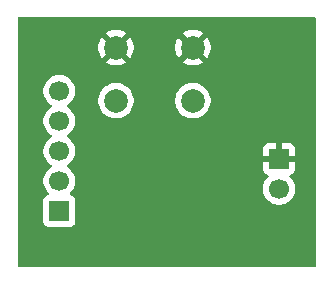
<source format=gbr>
%TF.GenerationSoftware,KiCad,Pcbnew,9.0.3*%
%TF.CreationDate,2025-11-22T12:31:01+05:30*%
%TF.ProjectId,multilayer trial,6d756c74-696c-4617-9965-722074726961,rev?*%
%TF.SameCoordinates,Original*%
%TF.FileFunction,Copper,L2,Inr*%
%TF.FilePolarity,Positive*%
%FSLAX46Y46*%
G04 Gerber Fmt 4.6, Leading zero omitted, Abs format (unit mm)*
G04 Created by KiCad (PCBNEW 9.0.3) date 2025-11-22 12:31:01*
%MOMM*%
%LPD*%
G01*
G04 APERTURE LIST*
%TA.AperFunction,ComponentPad*%
%ADD10C,2.000000*%
%TD*%
%TA.AperFunction,ComponentPad*%
%ADD11R,1.700000X1.700000*%
%TD*%
%TA.AperFunction,ComponentPad*%
%ADD12C,1.700000*%
%TD*%
G04 APERTURE END LIST*
D10*
%TO.N,GNDD*%
%TO.C,SW1*%
X113000000Y-82900000D03*
X119500000Y-82900000D03*
%TO.N,Net-(U1-~{RESET}{slash}PB5)*%
X113000000Y-87400000D03*
X119500000Y-87400000D03*
%TD*%
D11*
%TO.N,Net-(J2-Pin_1)*%
%TO.C,J2*%
X108200000Y-96740000D03*
D12*
%TO.N,Net-(J2-Pin_2)*%
X108200000Y-94200000D03*
%TO.N,Net-(J2-Pin_3)*%
X108200000Y-91660000D03*
%TO.N,Net-(J2-Pin_4)*%
X108200000Y-89120000D03*
%TO.N,Net-(J2-Pin_5)*%
X108200000Y-86580000D03*
%TD*%
D11*
%TO.N,GNDD*%
%TO.C,J1*%
X126800000Y-92325000D03*
D12*
%TO.N,5VD*%
X126800000Y-94865000D03*
%TD*%
%TA.AperFunction,Conductor*%
%TO.N,GNDD*%
G36*
X129842539Y-80320185D02*
G01*
X129888294Y-80372989D01*
X129899500Y-80424500D01*
X129899500Y-101375500D01*
X129879815Y-101442539D01*
X129827011Y-101488294D01*
X129775500Y-101499500D01*
X104824500Y-101499500D01*
X104757461Y-101479815D01*
X104711706Y-101427011D01*
X104700500Y-101375500D01*
X104700500Y-86473713D01*
X106849500Y-86473713D01*
X106849500Y-86686287D01*
X106882754Y-86896243D01*
X106932268Y-87048632D01*
X106948444Y-87098414D01*
X107044951Y-87287820D01*
X107169890Y-87459786D01*
X107320213Y-87610109D01*
X107492182Y-87735050D01*
X107500946Y-87739516D01*
X107551742Y-87787491D01*
X107568536Y-87855312D01*
X107545998Y-87921447D01*
X107500946Y-87960484D01*
X107492182Y-87964949D01*
X107320213Y-88089890D01*
X107169890Y-88240213D01*
X107044951Y-88412179D01*
X106948444Y-88601585D01*
X106882753Y-88803760D01*
X106849500Y-89013713D01*
X106849500Y-89226286D01*
X106882753Y-89436239D01*
X106948444Y-89638414D01*
X107044951Y-89827820D01*
X107169890Y-89999786D01*
X107320213Y-90150109D01*
X107492182Y-90275050D01*
X107500946Y-90279516D01*
X107551742Y-90327491D01*
X107568536Y-90395312D01*
X107545998Y-90461447D01*
X107500946Y-90500484D01*
X107492182Y-90504949D01*
X107320213Y-90629890D01*
X107169890Y-90780213D01*
X107044951Y-90952179D01*
X106948444Y-91141585D01*
X106882753Y-91343760D01*
X106878974Y-91367620D01*
X106849500Y-91553713D01*
X106849500Y-91766287D01*
X106882754Y-91976243D01*
X106914842Y-92075000D01*
X106948444Y-92178414D01*
X107044951Y-92367820D01*
X107169890Y-92539786D01*
X107320213Y-92690109D01*
X107492182Y-92815050D01*
X107500946Y-92819516D01*
X107551742Y-92867491D01*
X107568536Y-92935312D01*
X107545998Y-93001447D01*
X107500946Y-93040484D01*
X107492182Y-93044949D01*
X107320213Y-93169890D01*
X107169890Y-93320213D01*
X107044951Y-93492179D01*
X106948444Y-93681585D01*
X106882753Y-93883760D01*
X106849500Y-94093713D01*
X106849500Y-94306287D01*
X106882754Y-94516243D01*
X106947505Y-94715526D01*
X106948444Y-94718414D01*
X107044951Y-94907820D01*
X107169890Y-95079786D01*
X107283430Y-95193326D01*
X107316915Y-95254649D01*
X107311931Y-95324341D01*
X107270059Y-95380274D01*
X107239083Y-95397189D01*
X107107669Y-95446203D01*
X107107664Y-95446206D01*
X106992455Y-95532452D01*
X106992452Y-95532455D01*
X106906206Y-95647664D01*
X106906202Y-95647671D01*
X106855908Y-95782517D01*
X106849501Y-95842116D01*
X106849501Y-95842123D01*
X106849500Y-95842135D01*
X106849500Y-97637870D01*
X106849501Y-97637876D01*
X106855908Y-97697483D01*
X106906202Y-97832328D01*
X106906206Y-97832335D01*
X106992452Y-97947544D01*
X106992455Y-97947547D01*
X107107664Y-98033793D01*
X107107671Y-98033797D01*
X107242517Y-98084091D01*
X107242516Y-98084091D01*
X107249444Y-98084835D01*
X107302127Y-98090500D01*
X109097872Y-98090499D01*
X109157483Y-98084091D01*
X109292331Y-98033796D01*
X109407546Y-97947546D01*
X109493796Y-97832331D01*
X109544091Y-97697483D01*
X109550500Y-97637873D01*
X109550499Y-95842128D01*
X109544091Y-95782517D01*
X109530020Y-95744792D01*
X109493797Y-95647671D01*
X109493793Y-95647664D01*
X109407547Y-95532455D01*
X109407544Y-95532452D01*
X109292335Y-95446206D01*
X109292328Y-95446202D01*
X109160917Y-95397189D01*
X109104983Y-95355318D01*
X109080566Y-95289853D01*
X109095418Y-95221580D01*
X109116563Y-95193332D01*
X109230104Y-95079792D01*
X109355051Y-94907816D01*
X109431023Y-94758713D01*
X125449500Y-94758713D01*
X125449500Y-94971287D01*
X125482754Y-95181243D01*
X125547423Y-95380274D01*
X125548444Y-95383414D01*
X125644951Y-95572820D01*
X125769890Y-95744786D01*
X125920213Y-95895109D01*
X126092179Y-96020048D01*
X126092181Y-96020049D01*
X126092184Y-96020051D01*
X126281588Y-96116557D01*
X126483757Y-96182246D01*
X126693713Y-96215500D01*
X126693714Y-96215500D01*
X126906286Y-96215500D01*
X126906287Y-96215500D01*
X127116243Y-96182246D01*
X127318412Y-96116557D01*
X127507816Y-96020051D01*
X127529789Y-96004086D01*
X127679786Y-95895109D01*
X127679788Y-95895106D01*
X127679792Y-95895104D01*
X127830104Y-95744792D01*
X127830106Y-95744788D01*
X127830109Y-95744786D01*
X127955048Y-95572820D01*
X127955047Y-95572820D01*
X127955051Y-95572816D01*
X128051557Y-95383412D01*
X128117246Y-95181243D01*
X128150500Y-94971287D01*
X128150500Y-94758713D01*
X128117246Y-94548757D01*
X128051557Y-94346588D01*
X127955051Y-94157184D01*
X127955049Y-94157181D01*
X127955048Y-94157179D01*
X127830109Y-93985213D01*
X127716181Y-93871285D01*
X127682696Y-93809962D01*
X127687680Y-93740270D01*
X127729552Y-93684337D01*
X127760529Y-93667422D01*
X127892086Y-93618354D01*
X127892093Y-93618350D01*
X128007187Y-93532190D01*
X128007190Y-93532187D01*
X128093350Y-93417093D01*
X128093354Y-93417086D01*
X128143596Y-93282379D01*
X128143598Y-93282372D01*
X128149999Y-93222844D01*
X128150000Y-93222827D01*
X128150000Y-92575000D01*
X127233012Y-92575000D01*
X127265925Y-92517993D01*
X127300000Y-92390826D01*
X127300000Y-92259174D01*
X127265925Y-92132007D01*
X127233012Y-92075000D01*
X128150000Y-92075000D01*
X128150000Y-91427172D01*
X128149999Y-91427155D01*
X128143598Y-91367627D01*
X128143596Y-91367620D01*
X128093354Y-91232913D01*
X128093350Y-91232906D01*
X128007190Y-91117812D01*
X128007187Y-91117809D01*
X127892093Y-91031649D01*
X127892086Y-91031645D01*
X127757379Y-90981403D01*
X127757372Y-90981401D01*
X127697844Y-90975000D01*
X127050000Y-90975000D01*
X127050000Y-91891988D01*
X126992993Y-91859075D01*
X126865826Y-91825000D01*
X126734174Y-91825000D01*
X126607007Y-91859075D01*
X126550000Y-91891988D01*
X126550000Y-90975000D01*
X125902155Y-90975000D01*
X125842627Y-90981401D01*
X125842620Y-90981403D01*
X125707913Y-91031645D01*
X125707906Y-91031649D01*
X125592812Y-91117809D01*
X125592809Y-91117812D01*
X125506649Y-91232906D01*
X125506645Y-91232913D01*
X125456403Y-91367620D01*
X125456401Y-91367627D01*
X125450000Y-91427155D01*
X125450000Y-92075000D01*
X126366988Y-92075000D01*
X126334075Y-92132007D01*
X126300000Y-92259174D01*
X126300000Y-92390826D01*
X126334075Y-92517993D01*
X126366988Y-92575000D01*
X125450000Y-92575000D01*
X125450000Y-93222844D01*
X125456401Y-93282372D01*
X125456403Y-93282379D01*
X125506645Y-93417086D01*
X125506649Y-93417093D01*
X125592809Y-93532187D01*
X125592812Y-93532190D01*
X125707906Y-93618350D01*
X125707913Y-93618354D01*
X125839470Y-93667422D01*
X125895404Y-93709293D01*
X125919821Y-93774758D01*
X125904969Y-93843031D01*
X125883819Y-93871285D01*
X125769889Y-93985215D01*
X125644951Y-94157179D01*
X125548444Y-94346585D01*
X125482753Y-94548760D01*
X125456341Y-94715523D01*
X125449500Y-94758713D01*
X109431023Y-94758713D01*
X109451557Y-94718412D01*
X109517246Y-94516243D01*
X109550500Y-94306287D01*
X109550500Y-94093713D01*
X109517246Y-93883757D01*
X109451557Y-93681588D01*
X109355051Y-93492184D01*
X109355049Y-93492181D01*
X109355048Y-93492179D01*
X109230109Y-93320213D01*
X109079786Y-93169890D01*
X108907820Y-93044951D01*
X108907115Y-93044591D01*
X108899054Y-93040485D01*
X108848259Y-92992512D01*
X108831463Y-92924692D01*
X108853999Y-92858556D01*
X108899054Y-92819515D01*
X108907816Y-92815051D01*
X108941023Y-92790925D01*
X109079786Y-92690109D01*
X109079788Y-92690106D01*
X109079792Y-92690104D01*
X109230104Y-92539792D01*
X109230106Y-92539788D01*
X109230109Y-92539786D01*
X109355048Y-92367820D01*
X109355047Y-92367820D01*
X109355051Y-92367816D01*
X109451557Y-92178412D01*
X109517246Y-91976243D01*
X109550500Y-91766287D01*
X109550500Y-91553713D01*
X109517246Y-91343757D01*
X109451557Y-91141588D01*
X109355051Y-90952184D01*
X109355049Y-90952181D01*
X109355048Y-90952179D01*
X109230109Y-90780213D01*
X109079786Y-90629890D01*
X108907820Y-90504951D01*
X108907115Y-90504591D01*
X108899054Y-90500485D01*
X108848259Y-90452512D01*
X108831463Y-90384692D01*
X108853999Y-90318556D01*
X108899054Y-90279515D01*
X108907816Y-90275051D01*
X108929789Y-90259086D01*
X109079786Y-90150109D01*
X109079788Y-90150106D01*
X109079792Y-90150104D01*
X109230104Y-89999792D01*
X109230106Y-89999788D01*
X109230109Y-89999786D01*
X109355048Y-89827820D01*
X109355047Y-89827820D01*
X109355051Y-89827816D01*
X109451557Y-89638412D01*
X109517246Y-89436243D01*
X109550500Y-89226287D01*
X109550500Y-89013713D01*
X109517246Y-88803757D01*
X109451557Y-88601588D01*
X109355051Y-88412184D01*
X109355049Y-88412181D01*
X109355048Y-88412179D01*
X109230109Y-88240213D01*
X109079786Y-88089890D01*
X108907820Y-87964951D01*
X108907115Y-87964591D01*
X108899054Y-87960485D01*
X108848259Y-87912512D01*
X108831463Y-87844692D01*
X108853999Y-87778556D01*
X108899054Y-87739515D01*
X108907816Y-87735051D01*
X108929789Y-87719086D01*
X109079786Y-87610109D01*
X109079788Y-87610106D01*
X109079792Y-87610104D01*
X109230104Y-87459792D01*
X109230106Y-87459788D01*
X109230109Y-87459786D01*
X109355050Y-87287817D01*
X109358064Y-87281902D01*
X111499500Y-87281902D01*
X111499500Y-87518097D01*
X111536446Y-87751368D01*
X111609433Y-87975996D01*
X111716657Y-88186433D01*
X111855483Y-88377510D01*
X112022490Y-88544517D01*
X112213567Y-88683343D01*
X112312991Y-88734002D01*
X112424003Y-88790566D01*
X112424005Y-88790566D01*
X112424008Y-88790568D01*
X112464609Y-88803760D01*
X112648631Y-88863553D01*
X112881903Y-88900500D01*
X112881908Y-88900500D01*
X113118097Y-88900500D01*
X113351368Y-88863553D01*
X113575992Y-88790568D01*
X113786433Y-88683343D01*
X113977510Y-88544517D01*
X114144517Y-88377510D01*
X114283343Y-88186433D01*
X114390568Y-87975992D01*
X114463553Y-87751368D01*
X114465430Y-87739516D01*
X114500500Y-87518097D01*
X114500500Y-87281902D01*
X117999500Y-87281902D01*
X117999500Y-87518097D01*
X118036446Y-87751368D01*
X118109433Y-87975996D01*
X118216657Y-88186433D01*
X118355483Y-88377510D01*
X118522490Y-88544517D01*
X118713567Y-88683343D01*
X118812991Y-88734002D01*
X118924003Y-88790566D01*
X118924005Y-88790566D01*
X118924008Y-88790568D01*
X118964609Y-88803760D01*
X119148631Y-88863553D01*
X119381903Y-88900500D01*
X119381908Y-88900500D01*
X119618097Y-88900500D01*
X119851368Y-88863553D01*
X120075992Y-88790568D01*
X120286433Y-88683343D01*
X120477510Y-88544517D01*
X120644517Y-88377510D01*
X120783343Y-88186433D01*
X120890568Y-87975992D01*
X120963553Y-87751368D01*
X120965430Y-87739516D01*
X121000500Y-87518097D01*
X121000500Y-87281902D01*
X120963553Y-87048631D01*
X120890566Y-86824003D01*
X120783342Y-86613566D01*
X120644517Y-86422490D01*
X120477510Y-86255483D01*
X120286433Y-86116657D01*
X120075996Y-86009433D01*
X119851368Y-85936446D01*
X119618097Y-85899500D01*
X119618092Y-85899500D01*
X119381908Y-85899500D01*
X119381903Y-85899500D01*
X119148631Y-85936446D01*
X118924003Y-86009433D01*
X118713566Y-86116657D01*
X118604550Y-86195862D01*
X118522490Y-86255483D01*
X118522488Y-86255485D01*
X118522487Y-86255485D01*
X118355485Y-86422487D01*
X118355485Y-86422488D01*
X118355483Y-86422490D01*
X118318267Y-86473713D01*
X118216657Y-86613566D01*
X118109433Y-86824003D01*
X118036446Y-87048631D01*
X117999500Y-87281902D01*
X114500500Y-87281902D01*
X114463553Y-87048631D01*
X114390566Y-86824003D01*
X114283342Y-86613566D01*
X114144517Y-86422490D01*
X113977510Y-86255483D01*
X113786433Y-86116657D01*
X113575996Y-86009433D01*
X113351368Y-85936446D01*
X113118097Y-85899500D01*
X113118092Y-85899500D01*
X112881908Y-85899500D01*
X112881903Y-85899500D01*
X112648631Y-85936446D01*
X112424003Y-86009433D01*
X112213566Y-86116657D01*
X112104550Y-86195862D01*
X112022490Y-86255483D01*
X112022488Y-86255485D01*
X112022487Y-86255485D01*
X111855485Y-86422487D01*
X111855485Y-86422488D01*
X111855483Y-86422490D01*
X111818267Y-86473713D01*
X111716657Y-86613566D01*
X111609433Y-86824003D01*
X111536446Y-87048631D01*
X111499500Y-87281902D01*
X109358064Y-87281902D01*
X109389227Y-87220742D01*
X109389227Y-87220741D01*
X109451557Y-87098412D01*
X109517246Y-86896243D01*
X109550500Y-86686287D01*
X109550500Y-86473713D01*
X109517246Y-86263757D01*
X109451557Y-86061588D01*
X109355051Y-85872184D01*
X109355049Y-85872181D01*
X109355048Y-85872179D01*
X109230109Y-85700213D01*
X109079786Y-85549890D01*
X108907820Y-85424951D01*
X108718414Y-85328444D01*
X108718413Y-85328443D01*
X108718412Y-85328443D01*
X108516243Y-85262754D01*
X108516241Y-85262753D01*
X108516240Y-85262753D01*
X108354957Y-85237208D01*
X108306287Y-85229500D01*
X108093713Y-85229500D01*
X108045042Y-85237208D01*
X107883760Y-85262753D01*
X107681585Y-85328444D01*
X107492179Y-85424951D01*
X107320213Y-85549890D01*
X107169890Y-85700213D01*
X107044951Y-85872179D01*
X106948444Y-86061585D01*
X106882753Y-86263760D01*
X106857613Y-86422487D01*
X106849500Y-86473713D01*
X104700500Y-86473713D01*
X104700500Y-82781947D01*
X111500000Y-82781947D01*
X111500000Y-83018052D01*
X111536934Y-83251247D01*
X111609897Y-83475802D01*
X111717087Y-83686174D01*
X111777338Y-83769104D01*
X111777340Y-83769105D01*
X112476212Y-83070233D01*
X112487482Y-83112292D01*
X112559890Y-83237708D01*
X112662292Y-83340110D01*
X112787708Y-83412518D01*
X112829765Y-83423787D01*
X112130893Y-84122658D01*
X112213828Y-84182914D01*
X112424197Y-84290102D01*
X112648752Y-84363065D01*
X112648751Y-84363065D01*
X112881948Y-84400000D01*
X113118052Y-84400000D01*
X113351247Y-84363065D01*
X113575802Y-84290102D01*
X113786163Y-84182918D01*
X113786169Y-84182914D01*
X113869104Y-84122658D01*
X113869105Y-84122658D01*
X113170233Y-83423787D01*
X113212292Y-83412518D01*
X113337708Y-83340110D01*
X113440110Y-83237708D01*
X113512518Y-83112292D01*
X113523787Y-83070234D01*
X114222658Y-83769105D01*
X114222658Y-83769104D01*
X114282914Y-83686169D01*
X114282918Y-83686163D01*
X114390102Y-83475802D01*
X114463065Y-83251247D01*
X114500000Y-83018052D01*
X114500000Y-82781947D01*
X118000000Y-82781947D01*
X118000000Y-83018052D01*
X118036934Y-83251247D01*
X118109897Y-83475802D01*
X118217087Y-83686174D01*
X118277338Y-83769104D01*
X118277340Y-83769105D01*
X118976212Y-83070233D01*
X118987482Y-83112292D01*
X119059890Y-83237708D01*
X119162292Y-83340110D01*
X119287708Y-83412518D01*
X119329765Y-83423787D01*
X118630893Y-84122658D01*
X118713828Y-84182914D01*
X118924197Y-84290102D01*
X119148752Y-84363065D01*
X119148751Y-84363065D01*
X119381948Y-84400000D01*
X119618052Y-84400000D01*
X119851247Y-84363065D01*
X120075802Y-84290102D01*
X120286163Y-84182918D01*
X120286169Y-84182914D01*
X120369104Y-84122658D01*
X120369105Y-84122658D01*
X119670233Y-83423787D01*
X119712292Y-83412518D01*
X119837708Y-83340110D01*
X119940110Y-83237708D01*
X120012518Y-83112292D01*
X120023787Y-83070234D01*
X120722658Y-83769105D01*
X120722658Y-83769104D01*
X120782914Y-83686169D01*
X120782918Y-83686163D01*
X120890102Y-83475802D01*
X120963065Y-83251247D01*
X121000000Y-83018052D01*
X121000000Y-82781947D01*
X120963065Y-82548752D01*
X120890102Y-82324197D01*
X120782914Y-82113828D01*
X120722658Y-82030894D01*
X120722658Y-82030893D01*
X120023787Y-82729765D01*
X120012518Y-82687708D01*
X119940110Y-82562292D01*
X119837708Y-82459890D01*
X119712292Y-82387482D01*
X119670234Y-82376212D01*
X120369105Y-81677340D01*
X120369104Y-81677338D01*
X120286174Y-81617087D01*
X120075802Y-81509897D01*
X119851247Y-81436934D01*
X119851248Y-81436934D01*
X119618052Y-81400000D01*
X119381948Y-81400000D01*
X119148752Y-81436934D01*
X118924197Y-81509897D01*
X118713830Y-81617084D01*
X118630894Y-81677340D01*
X119329766Y-82376212D01*
X119287708Y-82387482D01*
X119162292Y-82459890D01*
X119059890Y-82562292D01*
X118987482Y-82687708D01*
X118976212Y-82729766D01*
X118277340Y-82030894D01*
X118217084Y-82113830D01*
X118109897Y-82324197D01*
X118036934Y-82548752D01*
X118000000Y-82781947D01*
X114500000Y-82781947D01*
X114463065Y-82548752D01*
X114390102Y-82324197D01*
X114282914Y-82113828D01*
X114222658Y-82030894D01*
X114222658Y-82030893D01*
X113523787Y-82729765D01*
X113512518Y-82687708D01*
X113440110Y-82562292D01*
X113337708Y-82459890D01*
X113212292Y-82387482D01*
X113170234Y-82376212D01*
X113869105Y-81677340D01*
X113869104Y-81677339D01*
X113786174Y-81617087D01*
X113575802Y-81509897D01*
X113351247Y-81436934D01*
X113351248Y-81436934D01*
X113118052Y-81400000D01*
X112881948Y-81400000D01*
X112648752Y-81436934D01*
X112424197Y-81509897D01*
X112213830Y-81617084D01*
X112130894Y-81677340D01*
X112829766Y-82376212D01*
X112787708Y-82387482D01*
X112662292Y-82459890D01*
X112559890Y-82562292D01*
X112487482Y-82687708D01*
X112476212Y-82729766D01*
X111777340Y-82030894D01*
X111717084Y-82113830D01*
X111609897Y-82324197D01*
X111536934Y-82548752D01*
X111500000Y-82781947D01*
X104700500Y-82781947D01*
X104700500Y-80424500D01*
X104720185Y-80357461D01*
X104772989Y-80311706D01*
X104824500Y-80300500D01*
X129775500Y-80300500D01*
X129842539Y-80320185D01*
G37*
%TD.AperFunction*%
%TD*%
M02*

</source>
